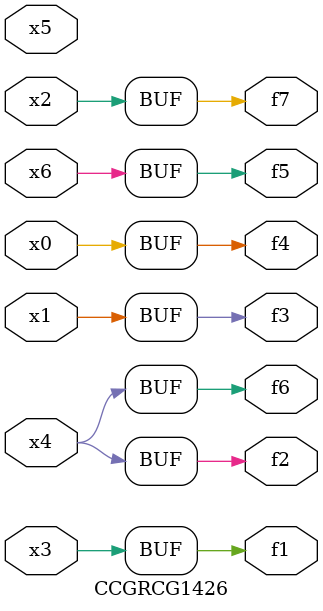
<source format=v>
module CCGRCG1426(
	input x0, x1, x2, x3, x4, x5, x6,
	output f1, f2, f3, f4, f5, f6, f7
);
	assign f1 = x3;
	assign f2 = x4;
	assign f3 = x1;
	assign f4 = x0;
	assign f5 = x6;
	assign f6 = x4;
	assign f7 = x2;
endmodule

</source>
